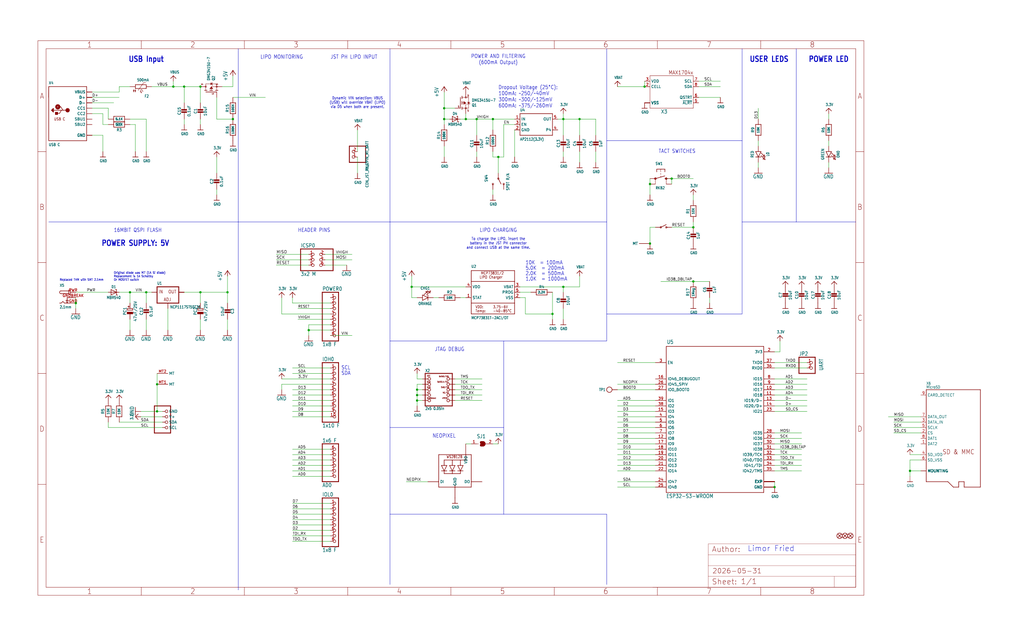
<source format=kicad_sch>
(kicad_sch (version 20230121) (generator eeschema)
  (paper "User" 480.187 298.602)
  (junction (at 73.66 193.04))
  (junction (at 208.28 55.88))
  (junction (at 73.66 180.34))
  (junction (at 60.96 137.16))
  (junction (at 68.58 137.16))
  (junction (at 302.26 40.64))
  (junction (at 426.72 220.98))
  (junction (at 144.78 154.94))
  (junction (at 86.36 40.64))
  (junction (at 195.58 182.88))
  (junction (at 325.12 106.68))
  (junction (at 35.56 142.24))
  (junction (at 109.22 55.88))
  (junction (at 325.12 132.08))
  (junction (at 218.44 55.88))
  (junction (at 363.22 228.6))
  (junction (at 81.28 40.64))
  (junction (at 231.14 55.88))
  (junction (at 106.68 137.16))
  (junction (at 208.28 50.8))
  (junction (at 195.58 185.42))
  (junction (at 195.58 187.96))
  (junction (at 314.96 83.82))
  (junction (at 271.78 55.88))
  (junction (at 223.52 55.88))
  (junction (at 93.98 137.16))
  (junction (at 259.08 147.32))
  (junction (at 93.98 40.64))
  (junction (at 193.04 134.62))
  (junction (at 304.8 86.36))
  (junction (at 233.68 73.66))
  (junction (at 264.16 55.88))
  (junction (at 264.16 134.62))
  (junction (at 304.8 114.3))
  (wire (pts (xy 363.22 193.04) (xy 378.46 193.04)) (stroke (width 0.1524)))
  (polyline (pts (xy 373.38 104.14) (xy 401.32 104.14)) (stroke (width 0.1524) (type solid)))
  (polyline (pts (xy 347.98 104.14) (xy 347.98 147.32)) (stroke (width 0.1524) (type solid)))
  (wire (pts (xy 363.22 213.36) (xy 375.92 213.36)) (stroke (width 0.1524)))
  (wire (pts (xy 231.14 73.66) (xy 231.14 71.12)) (stroke (width 0.1524)))
  (wire (pts (xy 307.34 220.98) (xy 289.56 220.98)) (stroke (width 0.1524)))
  (wire (pts (xy 314.96 106.68) (xy 325.12 106.68)) (stroke (width 0.1524)))
  (wire (pts (xy 109.22 55.88) (xy 101.6 55.88)) (stroke (width 0.1524)))
  (wire (pts (xy 48.26 63.5) (xy 43.18 63.5)) (stroke (width 0.1524)))
  (wire (pts (xy 154.94 172.72) (xy 137.16 172.72)) (stroke (width 0.1524)))
  (wire (pts (xy 312.42 83.82) (xy 314.96 83.82)) (stroke (width 0.1524)))
  (wire (pts (xy 193.04 134.62) (xy 218.44 134.62)) (stroke (width 0.1524)))
  (wire (pts (xy 388.62 68.58) (xy 388.62 66.04)) (stroke (width 0.1524)))
  (wire (pts (xy 93.98 55.88) (xy 93.98 58.42)) (stroke (width 0.1524)))
  (wire (pts (xy 246.38 147.32) (xy 259.08 147.32)) (stroke (width 0.1524)))
  (wire (pts (xy 426.72 220.98) (xy 426.72 223.52)) (stroke (width 0.1524)))
  (polyline (pts (xy 182.88 274.32) (xy 182.88 241.3)) (stroke (width 0.1524) (type solid)))
  (wire (pts (xy 226.06 187.96) (xy 213.36 187.96)) (stroke (width 0.1524)))
  (wire (pts (xy 154.94 157.48) (xy 165.1 157.48)) (stroke (width 0.1524)))
  (wire (pts (xy 86.36 40.64) (xy 81.28 40.64)) (stroke (width 0.1524)))
  (wire (pts (xy 154.94 193.04) (xy 137.16 193.04)) (stroke (width 0.1524)))
  (wire (pts (xy 271.78 55.88) (xy 271.78 63.5)) (stroke (width 0.1524)))
  (wire (pts (xy 223.52 71.12) (xy 223.52 73.66)) (stroke (width 0.1524)))
  (wire (pts (xy 231.14 91.44) (xy 231.14 88.9)) (stroke (width 0.1524)))
  (polyline (pts (xy 347.98 66.04) (xy 347.98 104.14)) (stroke (width 0.1524) (type solid)))
  (wire (pts (xy 68.58 55.88) (xy 68.58 71.12)) (stroke (width 0.1524)))
  (wire (pts (xy 137.16 142.24) (xy 137.16 139.7)) (stroke (width 0.1524)))
  (wire (pts (xy 109.22 40.64) (xy 109.22 35.56)) (stroke (width 0.1524)))
  (wire (pts (xy 215.9 55.88) (xy 218.44 55.88)) (stroke (width 0.1524)))
  (wire (pts (xy 63.5 58.42) (xy 63.5 71.12)) (stroke (width 0.1524)))
  (polyline (pts (xy 182.88 104.14) (xy 182.88 22.86)) (stroke (width 0.1524) (type solid)))
  (polyline (pts (xy 284.48 147.32) (xy 347.98 147.32)) (stroke (width 0.1524) (type solid)))
  (wire (pts (xy 289.56 195.58) (xy 307.34 195.58)) (stroke (width 0.1524)))
  (wire (pts (xy 55.88 43.18) (xy 55.88 40.64)) (stroke (width 0.1524)))
  (wire (pts (xy 137.16 243.84) (xy 154.94 243.84)) (stroke (width 0.1524)))
  (wire (pts (xy 337.82 38.1) (xy 327.66 38.1)) (stroke (width 0.1524)))
  (wire (pts (xy 195.58 139.7) (xy 193.04 139.7)) (stroke (width 0.1524)))
  (wire (pts (xy 264.16 55.88) (xy 264.16 53.34)) (stroke (width 0.1524)))
  (wire (pts (xy 43.18 48.26) (xy 53.34 48.26)) (stroke (width 0.1524)))
  (wire (pts (xy 50.8 137.16) (xy 35.56 137.16)) (stroke (width 0.1524)))
  (wire (pts (xy 264.16 63.5) (xy 264.16 55.88)) (stroke (width 0.1524)))
  (wire (pts (xy 271.78 71.12) (xy 271.78 76.2)) (stroke (width 0.1524)))
  (wire (pts (xy 431.8 215.9) (xy 426.72 215.9)) (stroke (width 0.1524)))
  (polyline (pts (xy 182.88 160.02) (xy 182.88 104.14)) (stroke (width 0.1524) (type solid)))
  (wire (pts (xy 68.58 149.86) (xy 68.58 154.94)) (stroke (width 0.1524)))
  (wire (pts (xy 302.26 40.64) (xy 289.56 40.64)) (stroke (width 0.1524)))
  (wire (pts (xy 93.98 40.64) (xy 86.36 40.64)) (stroke (width 0.1524)))
  (wire (pts (xy 50.8 200.66) (xy 50.8 198.12)) (stroke (width 0.1524)))
  (wire (pts (xy 137.16 254) (xy 154.94 254)) (stroke (width 0.1524)))
  (wire (pts (xy 289.56 213.36) (xy 307.34 213.36)) (stroke (width 0.1524)))
  (wire (pts (xy 332.74 132.08) (xy 325.12 132.08)) (stroke (width 0.1524)))
  (wire (pts (xy 73.66 175.26) (xy 73.66 180.34)) (stroke (width 0.1524)))
  (wire (pts (xy 198.12 177.8) (xy 195.58 177.8)) (stroke (width 0.1524)))
  (polyline (pts (xy 284.48 274.32) (xy 284.48 241.3)) (stroke (width 0.1524) (type solid)))
  (wire (pts (xy 93.98 137.16) (xy 93.98 142.24)) (stroke (width 0.1524)))
  (wire (pts (xy 144.78 152.4) (xy 144.78 154.94)) (stroke (width 0.1524)))
  (wire (pts (xy 55.88 40.64) (xy 60.96 40.64)) (stroke (width 0.1524)))
  (wire (pts (xy 375.92 215.9) (xy 363.22 215.9)) (stroke (width 0.1524)))
  (wire (pts (xy 246.38 139.7) (xy 246.38 147.32)) (stroke (width 0.1524)))
  (wire (pts (xy 213.36 185.42) (xy 226.06 185.42)) (stroke (width 0.1524)))
  (wire (pts (xy 43.18 53.34) (xy 48.26 53.34)) (stroke (width 0.1524)))
  (wire (pts (xy 363.22 208.28) (xy 375.92 208.28)) (stroke (width 0.1524)))
  (wire (pts (xy 233.68 73.66) (xy 231.14 73.66)) (stroke (width 0.1524)))
  (wire (pts (xy 388.62 55.88) (xy 388.62 53.34)) (stroke (width 0.1524)))
  (wire (pts (xy 307.34 180.34) (xy 289.56 180.34)) (stroke (width 0.1524)))
  (wire (pts (xy 259.08 137.16) (xy 259.08 147.32)) (stroke (width 0.1524)))
  (wire (pts (xy 213.36 177.8) (xy 226.06 177.8)) (stroke (width 0.1524)))
  (wire (pts (xy 78.74 154.94) (xy 78.74 144.78)) (stroke (width 0.1524)))
  (wire (pts (xy 233.68 81.28) (xy 233.68 73.66)) (stroke (width 0.1524)))
  (wire (pts (xy 304.8 106.68) (xy 304.8 114.3)) (stroke (width 0.1524)))
  (wire (pts (xy 388.62 76.2) (xy 388.62 78.74)) (stroke (width 0.1524)))
  (wire (pts (xy 236.22 73.66) (xy 233.68 73.66)) (stroke (width 0.1524)))
  (wire (pts (xy 162.56 124.46) (xy 152.4 124.46)) (stroke (width 0.1524)))
  (polyline (pts (xy 236.22 160.02) (xy 182.88 160.02)) (stroke (width 0.1524) (type solid)))
  (wire (pts (xy 363.22 210.82) (xy 375.92 210.82)) (stroke (width 0.1524)))
  (wire (pts (xy 137.16 215.9) (xy 154.94 215.9)) (stroke (width 0.1524)))
  (polyline (pts (xy 284.48 22.86) (xy 284.48 66.04)) (stroke (width 0.1524) (type solid)))
  (polyline (pts (xy 347.98 104.14) (xy 373.38 104.14)) (stroke (width 0.1524) (type solid)))
  (wire (pts (xy 200.66 226.06) (xy 190.5 226.06)) (stroke (width 0.1524)))
  (wire (pts (xy 132.08 180.34) (xy 132.08 182.88)) (stroke (width 0.1524)))
  (wire (pts (xy 213.36 182.88) (xy 226.06 182.88)) (stroke (width 0.1524)))
  (wire (pts (xy 48.26 53.34) (xy 48.26 58.42)) (stroke (width 0.1524)))
  (wire (pts (xy 106.68 129.54) (xy 106.68 137.16)) (stroke (width 0.1524)))
  (wire (pts (xy 81.28 40.64) (xy 71.12 40.64)) (stroke (width 0.1524)))
  (wire (pts (xy 76.2 200.66) (xy 50.8 200.66)) (stroke (width 0.1524)))
  (wire (pts (xy 363.22 218.44) (xy 375.92 218.44)) (stroke (width 0.1524)))
  (wire (pts (xy 325.12 104.14) (xy 325.12 106.68)) (stroke (width 0.1524)))
  (wire (pts (xy 167.64 60.96) (xy 167.64 71.12)) (stroke (width 0.1524)))
  (wire (pts (xy 154.94 152.4) (xy 144.78 152.4)) (stroke (width 0.1524)))
  (wire (pts (xy 193.04 139.7) (xy 193.04 134.62)) (stroke (width 0.1524)))
  (wire (pts (xy 307.34 208.28) (xy 289.56 208.28)) (stroke (width 0.1524)))
  (wire (pts (xy 154.94 218.44) (xy 137.16 218.44)) (stroke (width 0.1524)))
  (wire (pts (xy 213.36 180.34) (xy 226.06 180.34)) (stroke (width 0.1524)))
  (wire (pts (xy 93.98 48.26) (xy 93.98 40.64)) (stroke (width 0.1524)))
  (wire (pts (xy 73.66 180.34) (xy 73.66 193.04)) (stroke (width 0.1524)))
  (wire (pts (xy 195.58 182.88) (xy 195.58 185.42)) (stroke (width 0.1524)))
  (wire (pts (xy 218.44 53.34) (xy 218.44 55.88)) (stroke (width 0.1524)))
  (wire (pts (xy 363.22 172.72) (xy 378.46 172.72)) (stroke (width 0.1524)))
  (wire (pts (xy 363.22 182.88) (xy 378.46 182.88)) (stroke (width 0.1524)))
  (polyline (pts (xy 182.88 200.66) (xy 182.88 160.02)) (stroke (width 0.1524) (type solid)))
  (wire (pts (xy 93.98 149.86) (xy 93.98 154.94)) (stroke (width 0.1524)))
  (wire (pts (xy 431.8 213.36) (xy 426.72 213.36)) (stroke (width 0.1524)))
  (wire (pts (xy 198.12 180.34) (xy 195.58 180.34)) (stroke (width 0.1524)))
  (polyline (pts (xy 182.88 241.3) (xy 182.88 200.66)) (stroke (width 0.1524) (type solid)))
  (wire (pts (xy 43.18 43.18) (xy 55.88 43.18)) (stroke (width 0.1524)))
  (wire (pts (xy 302.26 38.1) (xy 302.26 40.64)) (stroke (width 0.1524)))
  (polyline (pts (xy 284.48 66.04) (xy 284.48 104.14)) (stroke (width 0.1524) (type solid)))
  (wire (pts (xy 35.56 142.24) (xy 35.56 144.78)) (stroke (width 0.1524)))
  (wire (pts (xy 264.16 71.12) (xy 264.16 73.66)) (stroke (width 0.1524)))
  (wire (pts (xy 137.16 220.98) (xy 154.94 220.98)) (stroke (width 0.1524)))
  (wire (pts (xy 355.6 50.8) (xy 355.6 55.88)) (stroke (width 0.1524)))
  (wire (pts (xy 363.22 203.2) (xy 375.92 203.2)) (stroke (width 0.1524)))
  (polyline (pts (xy 236.22 241.3) (xy 182.88 241.3)) (stroke (width 0.1524) (type solid)))
  (wire (pts (xy 167.64 81.28) (xy 167.64 73.66)) (stroke (width 0.1524)))
  (wire (pts (xy 86.36 40.64) (xy 86.36 48.26)) (stroke (width 0.1524)))
  (wire (pts (xy 289.56 203.2) (xy 307.34 203.2)) (stroke (width 0.1524)))
  (wire (pts (xy 363.22 165.1) (xy 365.76 165.1)) (stroke (width 0.1524)))
  (wire (pts (xy 154.94 248.92) (xy 137.16 248.92)) (stroke (width 0.1524)))
  (wire (pts (xy 101.6 73.66) (xy 101.6 81.28)) (stroke (width 0.1524)))
  (wire (pts (xy 195.58 185.42) (xy 195.58 187.96)) (stroke (width 0.1524)))
  (wire (pts (xy 60.96 55.88) (xy 68.58 55.88)) (stroke (width 0.1524)))
  (polyline (pts (xy 284.48 66.04) (xy 347.98 66.04)) (stroke (width 0.1524) (type solid)))
  (wire (pts (xy 93.98 137.16) (xy 106.68 137.16)) (stroke (width 0.1524)))
  (wire (pts (xy 132.08 147.32) (xy 132.08 139.7)) (stroke (width 0.1524)))
  (wire (pts (xy 243.84 137.16) (xy 248.92 137.16)) (stroke (width 0.1524)))
  (wire (pts (xy 231.14 60.96) (xy 231.14 55.88)) (stroke (width 0.1524)))
  (wire (pts (xy 304.8 83.82) (xy 304.8 86.36)) (stroke (width 0.1524)))
  (wire (pts (xy 66.04 195.58) (xy 76.2 195.58)) (stroke (width 0.1524)))
  (wire (pts (xy 363.22 187.96) (xy 378.46 187.96)) (stroke (width 0.1524)))
  (wire (pts (xy 101.6 88.9) (xy 101.6 91.44)) (stroke (width 0.1524)))
  (wire (pts (xy 60.96 142.24) (xy 60.96 137.16)) (stroke (width 0.1524)))
  (wire (pts (xy 154.94 213.36) (xy 137.16 213.36)) (stroke (width 0.1524)))
  (polyline (pts (xy 284.48 160.02) (xy 236.22 160.02)) (stroke (width 0.1524) (type solid)))
  (polyline (pts (xy 111.76 104.14) (xy 182.88 104.14)) (stroke (width 0.1524) (type solid)))
  (wire (pts (xy 144.78 121.92) (xy 129.54 121.92)) (stroke (width 0.1524)))
  (wire (pts (xy 137.16 238.76) (xy 154.94 238.76)) (stroke (width 0.1524)))
  (wire (pts (xy 208.28 55.88) (xy 208.28 50.8)) (stroke (width 0.1524)))
  (polyline (pts (xy 284.48 147.32) (xy 284.48 160.02)) (stroke (width 0.1524) (type solid)))
  (wire (pts (xy 365.76 165.1) (xy 365.76 160.02)) (stroke (width 0.1524)))
  (wire (pts (xy 144.78 124.46) (xy 129.54 124.46)) (stroke (width 0.1524)))
  (polyline (pts (xy 284.48 104.14) (xy 182.88 104.14)) (stroke (width 0.1524) (type solid)))
  (polyline (pts (xy 284.48 241.3) (xy 236.22 241.3)) (stroke (width 0.1524) (type solid)))
  (wire (pts (xy 431.8 203.2) (xy 419.1 203.2)) (stroke (width 0.1524)))
  (wire (pts (xy 307.34 106.68) (xy 304.8 106.68)) (stroke (width 0.1524)))
  (wire (pts (xy 431.8 198.12) (xy 419.1 198.12)) (stroke (width 0.1524)))
  (wire (pts (xy 261.62 55.88) (xy 264.16 55.88)) (stroke (width 0.1524)))
  (wire (pts (xy 104.14 40.64) (xy 109.22 40.64)) (stroke (width 0.1524)))
  (wire (pts (xy 289.56 198.12) (xy 307.34 198.12)) (stroke (width 0.1524)))
  (wire (pts (xy 68.58 137.16) (xy 68.58 142.24)) (stroke (width 0.1524)))
  (wire (pts (xy 213.36 50.8) (xy 208.28 50.8)) (stroke (width 0.1524)))
  (wire (pts (xy 355.6 66.04) (xy 355.6 68.58)) (stroke (width 0.1524)))
  (polyline (pts (xy 111.76 276.86) (xy 111.76 104.14)) (stroke (width 0.1524) (type solid)))
  (wire (pts (xy 137.16 251.46) (xy 154.94 251.46)) (stroke (width 0.1524)))
  (wire (pts (xy 195.58 180.34) (xy 195.58 182.88)) (stroke (width 0.1524)))
  (wire (pts (xy 109.22 45.72) (xy 124.46 45.72)) (stroke (width 0.1524)))
  (wire (pts (xy 289.56 228.6) (xy 307.34 228.6)) (stroke (width 0.1524)))
  (polyline (pts (xy 236.22 241.3) (xy 236.22 200.66)) (stroke (width 0.1524) (type solid)))
  (wire (pts (xy 137.16 236.22) (xy 154.94 236.22)) (stroke (width 0.1524)))
  (wire (pts (xy 289.56 193.04) (xy 307.34 193.04)) (stroke (width 0.1524)))
  (wire (pts (xy 144.78 119.38) (xy 129.54 119.38)) (stroke (width 0.1524)))
  (wire (pts (xy 431.8 200.66) (xy 419.1 200.66)) (stroke (width 0.1524)))
  (wire (pts (xy 137.16 185.42) (xy 154.94 185.42)) (stroke (width 0.1524)))
  (wire (pts (xy 154.94 187.96) (xy 137.16 187.96)) (stroke (width 0.1524)))
  (wire (pts (xy 264.16 134.62) (xy 271.78 134.62)) (stroke (width 0.1524)))
  (wire (pts (xy 279.4 71.12) (xy 279.4 76.2)) (stroke (width 0.1524)))
  (wire (pts (xy 203.2 139.7) (xy 205.74 139.7)) (stroke (width 0.1524)))
  (wire (pts (xy 101.6 55.88) (xy 101.6 45.72)) (stroke (width 0.1524)))
  (wire (pts (xy 314.96 83.82) (xy 314.96 86.36)) (stroke (width 0.1524)))
  (wire (pts (xy 154.94 175.26) (xy 137.16 175.26)) (stroke (width 0.1524)))
  (wire (pts (xy 363.22 170.18) (xy 378.46 170.18)) (stroke (width 0.1524)))
  (wire (pts (xy 426.72 215.9) (xy 426.72 220.98)) (stroke (width 0.1524)))
  (wire (pts (xy 223.52 55.88) (xy 231.14 55.88)) (stroke (width 0.1524)))
  (wire (pts (xy 327.66 40.64) (xy 337.82 40.64)) (stroke (width 0.1524)))
  (wire (pts (xy 264.16 55.88) (xy 271.78 55.88)) (stroke (width 0.1524)))
  (wire (pts (xy 208.28 58.42) (xy 208.28 55.88)) (stroke (width 0.1524)))
  (wire (pts (xy 363.22 180.34) (xy 378.46 180.34)) (stroke (width 0.1524)))
  (wire (pts (xy 137.16 246.38) (xy 154.94 246.38)) (stroke (width 0.1524)))
  (wire (pts (xy 243.84 139.7) (xy 246.38 139.7)) (stroke (width 0.1524)))
  (wire (pts (xy 43.18 45.72) (xy 55.88 45.72)) (stroke (width 0.1524)))
  (wire (pts (xy 363.22 177.8) (xy 378.46 177.8)) (stroke (width 0.1524)))
  (wire (pts (xy 304.8 86.36) (xy 304.8 91.44)) (stroke (width 0.1524)))
  (wire (pts (xy 60.96 154.94) (xy 60.96 149.86)) (stroke (width 0.1524)))
  (wire (pts (xy 363.22 185.42) (xy 378.46 185.42)) (stroke (width 0.1524)))
  (wire (pts (xy 325.12 132.08) (xy 309.88 132.08)) (stroke (width 0.1524)))
  (wire (pts (xy 152.4 121.92) (xy 165.1 121.92)) (stroke (width 0.1524)))
  (wire (pts (xy 233.68 208.28) (xy 231.14 208.28)) (stroke (width 0.1524)))
  (polyline (pts (xy 22.86 104.14) (xy 111.76 104.14)) (stroke (width 0.1524) (type solid)))
  (wire (pts (xy 154.94 180.34) (xy 132.08 180.34)) (stroke (width 0.1524)))
  (wire (pts (xy 363.22 190.5) (xy 378.46 190.5)) (stroke (width 0.1524)))
  (wire (pts (xy 76.2 198.12) (xy 55.88 198.12)) (stroke (width 0.1524)))
  (wire (pts (xy 431.8 195.58) (xy 416.56 195.58)) (stroke (width 0.1524)))
  (wire (pts (xy 264.16 134.62) (xy 243.84 134.62)) (stroke (width 0.1524)))
  (wire (pts (xy 154.94 177.8) (xy 132.08 177.8)) (stroke (width 0.1524)))
  (polyline (pts (xy 373.38 22.86) (xy 373.38 104.14)) (stroke (width 0.1524) (type solid)))
  (wire (pts (xy 426.72 220.98) (xy 431.8 220.98)) (stroke (width 0.1524)))
  (wire (pts (xy 35.56 139.7) (xy 35.56 142.24)) (stroke (width 0.1524)))
  (wire (pts (xy 139.7 144.78) (xy 154.94 144.78)) (stroke (width 0.1524)))
  (wire (pts (xy 218.44 55.88) (xy 223.52 55.88)) (stroke (width 0.1524)))
  (wire (pts (xy 223.52 63.5) (xy 223.52 55.88)) (stroke (width 0.1524)))
  (wire (pts (xy 220.98 208.28) (xy 218.44 208.28)) (stroke (width 0.1524)))
  (wire (pts (xy 86.36 137.16) (xy 93.98 137.16)) (stroke (width 0.1524)))
  (wire (pts (xy 363.22 205.74) (xy 375.92 205.74)) (stroke (width 0.1524)))
  (wire (pts (xy 307.34 187.96) (xy 289.56 187.96)) (stroke (width 0.1524)))
  (wire (pts (xy 307.34 170.18) (xy 289.56 170.18)) (stroke (width 0.1524)))
  (wire (pts (xy 60.96 58.42) (xy 63.5 58.42)) (stroke (width 0.1524)))
  (wire (pts (xy 215.9 139.7) (xy 218.44 139.7)) (stroke (width 0.1524)))
  (wire (pts (xy 307.34 182.88) (xy 289.56 182.88)) (stroke (width 0.1524)))
  (wire (pts (xy 48.26 58.42) (xy 50.8 58.42)) (stroke (width 0.1524)))
  (wire (pts (xy 314.96 83.82) (xy 325.12 83.82)) (stroke (width 0.1524)))
  (wire (pts (xy 325.12 91.44) (xy 325.12 93.98)) (stroke (width 0.1524)))
  (wire (pts (xy 355.6 78.74) (xy 355.6 76.2)) (stroke (width 0.1524)))
  (wire (pts (xy 154.94 182.88) (xy 137.16 182.88)) (stroke (width 0.1524)))
  (wire (pts (xy 198.12 182.88) (xy 195.58 182.88)) (stroke (width 0.1524)))
  (wire (pts (xy 144.78 154.94) (xy 144.78 157.48)) (stroke (width 0.1524)))
  (wire (pts (xy 137.16 241.3) (xy 154.94 241.3)) (stroke (width 0.1524)))
  (wire (pts (xy 236.22 58.42) (xy 236.22 73.66)) (stroke (width 0.1524)))
  (wire (pts (xy 73.66 193.04) (xy 76.2 193.04)) (stroke (width 0.1524)))
  (wire (pts (xy 289.56 210.82) (xy 307.34 210.82)) (stroke (width 0.1524)))
  (wire (pts (xy 81.28 38.1) (xy 81.28 40.64)) (stroke (width 0.1524)))
  (polyline (pts (xy 236.22 200.66) (xy 236.22 160.02)) (stroke (width 0.1524) (type solid)))
  (wire (pts (xy 86.36 58.42) (xy 86.36 55.88)) (stroke (width 0.1524)))
  (wire (pts (xy 198.12 185.42) (xy 195.58 185.42)) (stroke (width 0.1524)))
  (wire (pts (xy 327.66 45.72) (xy 337.82 45.72)) (stroke (width 0.1524)))
  (wire (pts (xy 271.78 129.54) (xy 271.78 134.62)) (stroke (width 0.1524)))
  (wire (pts (xy 48.26 63.5) (xy 48.26 71.12)) (stroke (width 0.1524)))
  (wire (pts (xy 165.1 119.38) (xy 152.4 119.38)) (stroke (width 0.1524)))
  (wire (pts (xy 264.16 144.78) (xy 264.16 149.86)) (stroke (width 0.1524)))
  (wire (pts (xy 154.94 154.94) (xy 144.78 154.94)) (stroke (width 0.1524)))
  (wire (pts (xy 375.92 220.98) (xy 363.22 220.98)) (stroke (width 0.1524)))
  (wire (pts (xy 208.28 73.66) (xy 208.28 68.58)) (stroke (width 0.1524)))
  (wire (pts (xy 241.3 58.42) (xy 236.22 58.42)) (stroke (width 0.1524)))
  (wire (pts (xy 195.58 177.8) (xy 195.58 175.26)) (stroke (width 0.1524)))
  (wire (pts (xy 60.96 137.16) (xy 55.88 137.16)) (stroke (width 0.1524)))
  (polyline (pts (xy 347.98 22.86) (xy 347.98 66.04)) (stroke (width 0.1524) (type solid)))
  (wire (pts (xy 279.4 55.88) (xy 279.4 63.5)) (stroke (width 0.1524)))
  (wire (pts (xy 137.16 190.5) (xy 154.94 190.5)) (stroke (width 0.1524)))
  (wire (pts (xy 50.8 50.8) (xy 50.8 55.88)) (stroke (width 0.1524)))
  (wire (pts (xy 154.94 223.52) (xy 137.16 223.52)) (stroke (width 0.1524)))
  (wire (pts (xy 363.22 226.06) (xy 363.22 228.6)) (stroke (width 0.1524)))
  (wire (pts (xy 154.94 147.32) (xy 132.08 147.32)) (stroke (width 0.1524)))
  (wire (pts (xy 43.18 50.8) (xy 50.8 50.8)) (stroke (width 0.1524)))
  (wire (pts (xy 71.12 137.16) (xy 68.58 137.16)) (stroke (width 0.1524)))
  (wire (pts (xy 210.82 55.88) (xy 208.28 55.88)) (stroke (width 0.1524)))
  (wire (pts (xy 106.68 137.16) (xy 106.68 142.24)) (stroke (width 0.1524)))
  (wire (pts (xy 271.78 55.88) (xy 279.4 55.88)) (stroke (width 0.1524)))
  (wire (pts (xy 264.16 137.16) (xy 264.16 134.62)) (stroke (width 0.1524)))
  (wire (pts (xy 307.34 218.44) (xy 289.56 218.44)) (stroke (width 0.1524)))
  (wire (pts (xy 259.08 147.32) (xy 259.08 149.86)) (stroke (width 0.1524)))
  (wire (pts (xy 154.94 149.86) (xy 139.7 149.86)) (stroke (width 0.1524)))
  (wire (pts (xy 198.12 187.96) (xy 195.58 187.96)) (stroke (width 0.1524)))
  (wire (pts (xy 195.58 187.96) (xy 195.58 190.5)) (stroke (width 0.1524)))
  (wire (pts (xy 241.3 60.96) (xy 241.3 73.66)) (stroke (width 0.1524)))
  (wire (pts (xy 307.34 190.5) (xy 289.56 190.5)) (stroke (width 0.1524)))
  (polyline (pts (xy 236.22 200.66) (xy 182.88 200.66)) (stroke (width 0.1524) (type solid)))
  (wire (pts (xy 307.34 215.9) (xy 289.56 215.9)) (stroke (width 0.1524)))
  (wire (pts (xy 289.56 205.74) (xy 307.34 205.74)) (stroke (width 0.1524)))
  (polyline (pts (xy 111.76 104.14) (xy 111.76 22.86)) (stroke (width 0.1524) (type solid)))
  (wire (pts (xy 208.28 50.8) (xy 208.28 43.18)) (stroke (width 0.1524)))
  (wire (pts (xy 106.68 149.86) (xy 106.68 154.94)) (stroke (width 0.1524)))
  (wire (pts (xy 307.34 226.06) (xy 289.56 226.06)) (stroke (width 0.1524)))
  (wire (pts (xy 154.94 142.24) (xy 137.16 142.24)) (stroke (width 0.1524)))
  (polyline (pts (xy 284.48 104.14) (xy 284.48 147.32)) (stroke (width 0.1524) (type solid)))
  (wire (pts (xy 73.66 193.04) (xy 66.04 193.04)) (stroke (width 0.1524)))
  (wire (pts (xy 137.16 210.82) (xy 154.94 210.82)) (stroke (width 0.1524)))
  (wire (pts (xy 241.3 55.88) (xy 231.14 55.88)) (stroke (width 0.1524)))
  (wire (pts (xy 137.16 195.58) (xy 154.94 195.58)) (stroke (width 0.1524)))
  (wire (pts (xy 193.04 129.54) (xy 193.04 134.62)) (stroke (width 0.1524)))
  (wire (pts (xy 68.58 137.16) (xy 60.96 137.16)) (stroke (width 0.1524)))
  (wire (pts (xy 307.34 200.66) (xy 289.56 200.66)) (stroke (width 0.1524)))
  (wire (pts (xy 332.74 142.24) (xy 332.74 139.7)) (stroke (width 0.1524)))
  (text "Replaced THM with SMT 2.1mm" (at 27.94 132.08 0) (effects (font (size 1.016 0.8636)) (justify left bottom)))
  (text "Original diode was M7 (1A Si diode)\nReplacement is 1A Schottky\nOr MOSFET switch" (at 53.34 132.08 0) (effects (font (size 1.016 0.8636)) (justify left bottom)))
  (text "2.0K  = 500mA" (at 246.38 129.54 0) (effects (font (size 1.778 1.5113)) (justify left bottom)))
  (text "16MBIT QSPI FLASH" (at 53.34 109.22 0) (effects (font (size 1.778 1.5113)) (justify left bottom)))
  (text "SCL" (at 160.02 172.72 0) (effects (font (size 1.778 1.5113)) (justify left)))
  (text "LIPO MONITORING" (at 132.08 27.94 0) (effects (font (size 1.778 1.5113)) (justify bottom)))
  (text "POWER LED" (at 388.62 27.94 0) (effects (font (size 2.54 2.159) (thickness 0.4318) bold)))
  (text "SDA" (at 160.02 175.26 0) (effects (font (size 1.778 1.5113)) (justify left)))
  (text "Dynamic VIN selection: VBUS\n(USB) will override VBAT (LIPO)\nvia D5 when both are present." (at 167.64 48.26 0) (effects (font (size 1.27 1.0795))))
  (text "To charge the LIPO, insert the\nbattery in the JST PH connector\nand connect USB at the same time." (at 233.68 114.3 0) (effects (font (size 1.27 1.0795))))
  (text "POWER AND FILTERING\n(600mA Output)" (at 233.68 30.48 0) (effects (font (size 1.778 1.5113)) (justify bottom)))
  (text "JST PH LIPO INPUT" (at 154.94 27.94 0) (effects (font (size 1.778 1.5113)) (justify left bottom)))
  (text "NEOPIXEL" (at 208.28 205.74 0) (effects (font (size 1.778 1.5113)) (justify bottom)))
  (text "USB Input" (at 68.58 27.94 0) (effects (font (size 2.54 2.159) (thickness 0.4318) bold)))
  (text "POWER SUPPLY: 5V" (at 63.5 114.3 0) (effects (font (size 2.54 2.159) (thickness 0.4318) bold)))
  (text "HEADER PINS" (at 147.32 109.22 0) (effects (font (size 1.778 1.5113)) (justify bottom)))
  (text "Limor Fried" (at 350.52 259.08 0) (effects (font (size 2.54 2.54)) (justify left bottom)))
  (text "1.0K  = 1000mA" (at 246.38 132.08 0) (effects (font (size 1.778 1.5113)) (justify left bottom)))
  (text "LIPO CHARGING" (at 233.68 109.22 0) (effects (font (size 1.778 1.5113)) (justify bottom)))
  (text "10K  = 100mA" (at 246.38 124.46 0) (effects (font (size 1.778 1.5113)) (justify left bottom)))
  (text "5.0K  = 200mA" (at 246.38 127 0) (effects (font (size 1.778 1.5113)) (justify left bottom)))
  (text "JTAG DEBUG" (at 210.82 165.1 0) (effects (font (size 1.778 1.5113)) (justify bottom)))
  (text "TACT SWITCHES" (at 317.5 71.12 0) (effects (font (size 1.778 1.5113))))
  (text "USER LEDS" (at 360.68 27.94 0) (effects (font (size 2.54 2.159) (thickness 0.4318) bold)))
  (text "Dropout Voltage (25°C):\n100mA: ~250/~40mV\n300mA: ~300/~125mV\n600mA: ~375/~260mV" (at 233.68 50.8 0) (effects (font (size 1.778 1.5113)) (justify left bottom)))
  (label "D8" (at 292.1 205.74 0) (effects (font (size 1.2446 1.2446))))
  (label "TDO_TX" (at 365.76 215.9 0) (effects (font (size 1.2446 1.2446))))
  (label "SCL" (at 66.04 200.66 0) (effects (font (size 1.2446 1.2446))))
  (label "RESET" (at 292.1 170.18 0) (effects (font (size 1.2446 1.2446))))
  (label "MISO" (at 365.76 208.28 0) (effects (font (size 1.2446 1.2446))))
  (label "RESET" (at 139.7 144.78 0) (effects (font (size 1.1735 1.1735))))
  (label "AD5" (at 292.1 187.96 0) (effects (font (size 1.2446 1.2446))))
  (label "D7" (at 137.16 236.22 0) (effects (font (size 1.2446 1.2446))))
  (label "TXD0" (at 368.3 170.18 0) (effects (font (size 1.2446 1.2446))))
  (label "D4" (at 292.1 195.58 0) (effects (font (size 1.2446 1.2446))))
  (label "PWR" (at 40.64 137.16 0) (effects (font (size 1.2446 1.2446))))
  (label "TDO_TX" (at 137.16 254 0) (effects (font (size 1.2446 1.2446))))
  (label "SCK" (at 419.1 200.66 0) (effects (font (size 1.2446 1.2446))))
  (label "BOOT0" (at 317.5 83.82 0) (effects (font (size 1.2446 1.2446))))
  (label "SCK" (at 129.54 121.92 0) (effects (font (size 1.3513 1.3513))))
  (label "SCL" (at 292.1 228.6 0) (effects (font (size 1.2446 1.2446))))
  (label "D9" (at 139.7 193.04 0) (effects (font (size 1.2446 1.2446))))
  (label "AD1" (at 139.7 220.98 0) (effects (font (size 1.2446 1.2446))))
  (label "AD0" (at 292.1 220.98 0) (effects (font (size 1.2446 1.2446))))
  (label "SDA" (at 330.2 40.64 0) (effects (font (size 1.2446 1.2446))))
  (label "SCL" (at 330.2 38.1 0) (effects (font (size 1.2446 1.2446))))
  (label "TDI_RX" (at 365.76 218.44 0) (effects (font (size 1.2446 1.2446))))
  (label "AD4" (at 139.7 213.36 0) (effects (font (size 1.2446 1.2446))))
  (label "D10" (at 139.7 190.5 0) (effects (font (size 1.2446 1.2446))))
  (label "D5" (at 292.1 198.12 0) (effects (font (size 1.2446 1.2446))))
  (label "VHIGH" (at 139.7 149.86 0) (effects (font (size 1.2446 1.2446))))
  (label "AD1" (at 368.3 177.8 0) (effects (font (size 1.2446 1.2446))))
  (label "TCK" (at 215.9 180.34 0) (effects (font (size 1.2446 1.2446))))
  (label "SD_CS" (at 419.1 203.2 0) (effects (font (size 1.2446 1.2446))))
  (label "SCK" (at 365.76 205.74 0) (effects (font (size 1.2446 1.2446))))
  (label "SCL" (at 139.7 172.72 0) (effects (font (size 1.2446 1.2446))))
  (label "IO38_DBLTAP" (at 365.76 210.82 0) (effects (font (size 1.2446 1.2446))))
  (label "IO38_DBLTAP" (at 312.42 132.08 0) (effects (font (size 1.2446 1.2446))))
  (label "D+" (at 43.18 45.72 0) (effects (font (size 1.2446 1.2446))))
  (label "D13" (at 292.1 218.44 0) (effects (font (size 1.2446 1.2446))))
  (label "D9" (at 292.1 208.28 0) (effects (font (size 1.2446 1.2446))))
  (label "RESET" (at 215.9 187.96 0) (effects (font (size 1.2446 1.2446))))
  (label "SD_CS" (at 368.3 193.04 0) (effects (font (size 1.2446 1.2446))))
  (label "D-" (at 43.18 48.26 0) (effects (font (size 1.2446 1.2446))))
  (label "TMS" (at 365.76 220.98 0) (effects (font (size 1.2446 1.2446))))
  (label "TMS" (at 215.9 177.8 0) (effects (font (size 1.2446 1.2446))))
  (label "D8" (at 139.7 195.58 0) (effects (font (size 1.2446 1.2446))))
  (label "NEOPIX" (at 292.1 180.34 0) (effects (font (size 1.2446 1.2446))))
  (label "VIN" (at 63.5 137.16 0) (effects (font (size 1.2446 1.2446))))
  (label "TDO_TX" (at 215.9 182.88 0) (effects (font (size 1.2446 1.2446))))
  (label "VHIGH" (at 223.52 55.88 0) (effects (font (size 1.2446 1.2446))))
  (label "AD2" (at 368.3 180.34 0) (effects (font (size 1.2446 1.2446))))
  (label "D4" (at 137.16 243.84 0) (effects (font (size 1.2446 1.2446))))
  (label "RXD0" (at 368.3 172.72 0) (effects (font (size 1.2446 1.2446))))
  (label "D3" (at 137.16 246.38 0) (effects (font (size 1.2446 1.2446))))
  (label "D10" (at 292.1 210.82 0) (effects (font (size 1.2446 1.2446))))
  (label "D12" (at 292.1 215.9 0) (effects (font (size 1.2446 1.2446))))
  (label "AD0" (at 139.7 223.52 0) (effects (font (size 1.2446 1.2446))))
  (label "RESET" (at 129.54 124.46 0) (effects (font (size 1.3513 1.3513))))
  (label "D13" (at 139.7 182.88 0) (effects (font (size 1.2446 1.2446))))
  (label "EN" (at 236.22 58.42 0) (effects (font (size 1.2446 1.2446))))
  (label "D3" (at 292.1 193.04 0) (effects (font (size 1.2446 1.2446))))
  (label "D13" (at 355.6 55.88 90) (effects (font (size 1.2446 1.2446))))
  (label "MOSI" (at 365.76 203.2 0) (effects (font (size 1.2446 1.2446))))
  (label "D6" (at 137.16 238.76 0) (effects (font (size 1.2446 1.2446))))
  (label "MOSI" (at 419.1 198.12 0) (effects (font (size 1.2446 1.2446))))
  (label "VIN" (at 116.84 45.72 0) (effects (font (size 1.2446 1.2446))))
  (label "RESET" (at 314.96 106.68 0) (effects (font (size 1.3513 1.3513))))
  (label "SDA" (at 139.7 175.26 0) (effects (font (size 1.2446 1.2446))))
  (label "MISO" (at 129.54 119.38 0) (effects (font (size 1.3513 1.3513))))
  (label "D2" (at 292.1 190.5 0) (effects (font (size 1.2446 1.2446))))
  (label "SDA" (at 66.04 198.12 0) (effects (font (size 1.2446 1.2446))))
  (label "MISO" (at 419.1 195.58 0) (effects (font (size 1.2446 1.2446))))
  (label "AD2" (at 139.7 218.44 0) (effects (font (size 1.2446 1.2446))))
  (label "AD3" (at 368.3 182.88 0) (effects (font (size 1.2446 1.2446))))
  (label "AD3" (at 139.7 215.9 0) (effects (font (size 1.2446 1.2446))))
  (label "VIN" (at 160.02 157.48 0) (effects (font (size 1.2446 1.2446))))
  (label "D6" (at 292.1 200.66 0) (effects (font (size 1.2446 1.2446))))
  (label "TDI_RX" (at 137.16 251.46 0) (effects (font (size 1.2446 1.2446))))
  (label "MOSI" (at 157.48 121.92 0) (effects (font (size 1.3513 1.3513))))
  (label "D-" (at 368.3 187.96 0) (effects (font (size 1.2446 1.2446))))
  (label "D+" (at 368.3 190.5 0) (effects (font (size 1.2446 1.2446))))
  (label "VBUS" (at 73.66 40.64 0) (effects (font (size 1.2446 1.2446))))
  (label "TCK" (at 365.76 213.36 0) (effects (font (size 1.2446 1.2446))))
  (label "BOOT0" (at 292.1 182.88 0) (effects (font (size 1.2446 1.2446))))
  (label "D5" (at 137.16 241.3 0) (effects (font (size 1.2446 1.2446))))
  (label "AD4" (at 368.3 185.42 0) (effects (font (size 1.2446 1.2446))))
  (label "D2" (at 137.16 248.92 0) (effects (font (size 1.2446 1.2446))))
  (label "NEOPIX" (at 190.5 226.06 0) (effects (font (size 1.2446 1.2446))))
  (label "TDI_RX" (at 215.9 185.42 0) (effects (font (size 1.2446 1.2446))))
  (label "D12" (at 139.7 185.42 0) (effects (font (size 1.2446 1.2446))))
  (label "SDA" (at 292.1 226.06 0) (effects (font (size 1.2446 1.2446))))
  (label "3.3V" (at 139.7 177.8 0) (effects (font (size 1.3513 1.3513))))
  (label "AD5" (at 139.7 210.82 0) (effects (font (size 1.2446 1.2446))))
  (label "D11" (at 292.1 213.36 0) (effects (font (size 1.2446 1.2446))))
  (label "D7" (at 292.1 203.2 0) (effects (font (size 1.2446 1.2446))))
  (label "VHIGH" (at 157.48 119.38 0) (effects (font (size 1.2446 1.2446))))
  (label "D11" (at 139.7 187.96 0) (effects (font (size 1.2446 1.2446))))
  (symbol (lib_id "working-eagle-import:WS2812B_3535FULL") (at 213.36 223.52 0) (unit 1)
    (property "Reference" "LED1" (effects hide))
    (property "Value" "WS2812B_3535FULL" (effects hide))
    (property "Footprint" "working:LED3535_FULLPADS" (effects hide))
  )
  (symbol (lib_id "working-eagle-import:3.3V") (at 132.08 137.16 0) (unit 1)
    (property "Reference" "#U$8" (effects hide))
    (property "Value" "3.3V" (at 130.556 136.144 0) (effects (font (size 1.27 1.0795)) (justify left bottom)))
  )
  (symbol (lib_id "working-eagle-import:RESISTOR_0603_NOOUT") (at 325.12 137.16 90) (unit 1)
    (property "Reference" "R17" (at 322.58 137.16 0))
    (property "Value" "1Meg" (at 325.12 137.16 0) (effects (font (size 1.016 1.016) bold)))
    (property "Footprint" "working:0603-NO" (effects hide))
  )
  (symbol (lib_id "working-eagle-import:3.3V") (at 101.6 71.12 0) (unit 1)
    (property "Reference" "#U$48" (effects hide))
    (property "Value" "3.3V" (at 100.076 70.104 0) (effects (font (size 1.27 1.0795)) (justify left bottom)))
  )
  (symbol (lib_id "working-eagle-import:RESISTOR_0603_NOOUT") (at 50.8 193.04 90) (unit 1)
    (property "Reference" "R5" (at 48.26 193.04 0))
    (property "Value" "10K" (at 50.8 193.04 0) (effects (font (size 1.016 1.016) bold)))
    (property "Footprint" "working:0603-NO" (effects hide))
  )
  (symbol (lib_id "working-eagle-import:CAP_CERAMIC0805-NOOUTLINE") (at 106.68 144.78 180) (unit 1)
    (property "Reference" "C3" (at 108.97 146.03 90))
    (property "Value" "10uF" (at 104.38 146.03 90))
    (property "Footprint" "working:0805-NO" (effects hide))
  )
  (symbol (lib_id "working-eagle-import:3.3V") (at 132.08 175.26 0) (unit 1)
    (property "Reference" "#U$47" (effects hide))
    (property "Value" "3.3V" (at 130.556 174.244 0) (effects (font (size 1.27 1.0795)) (justify left bottom)))
  )
  (symbol (lib_id "working-eagle-import:CAP_CERAMIC0603_NO") (at 279.4 68.58 0) (unit 1)
    (property "Reference" "C5" (at 277.11 67.33 90))
    (property "Value" "1uF" (at 281.7 67.33 90))
    (property "Footprint" "working:0603-NO" (effects hide))
  )
  (symbol (lib_id "working-eagle-import:CAP_CERAMIC0805-NOOUTLINE") (at 375.92 139.7 0) (unit 1)
    (property "Reference" "C10" (at 373.63 138.45 90))
    (property "Value" "10uF" (at 378.22 138.45 90))
    (property "Footprint" "working:0805-NO" (effects hide))
  )
  (symbol (lib_id "working-eagle-import:DIODE-SCHOTTKYSOD-123") (at 213.36 55.88 0) (unit 1)
    (property "Reference" "D4" (at 213.36 53.34 0) (effects (font (size 1.27 1.0795))))
    (property "Value" "MBR540" (at 213.36 58.38 0) (effects (font (size 1.27 1.0795))))
    (property "Footprint" "working:SOD-123" (effects hide))
  )
  (symbol (lib_id "working-eagle-import:3.3V") (at 137.16 137.16 0) (unit 1)
    (property "Reference" "#U$32" (effects hide))
    (property "Value" "3.3V" (at 135.636 136.144 0) (effects (font (size 1.27 1.0795)) (justify left bottom)))
  )
  (symbol (lib_id "working-eagle-import:RESISTOR_0603_NOOUT") (at 109.22 60.96 90) (unit 1)
    (property "Reference" "R16" (at 106.68 60.96 0))
    (property "Value" "100K" (at 109.22 60.96 0) (effects (font (size 1.016 1.016) bold)))
    (property "Footprint" "working:0603-NO" (effects hide))
  )
  (symbol (lib_id "working-eagle-import:adafruit_power_VBAT") (at 289.56 38.1 0) (unit 1)
    (property "Reference" "#U$54" (effects hide))
    (property "Value" "VBAT" (at 288.036 37.084 0) (effects (font (size 1.27 1.0795)) (justify left bottom)))
  )
  (symbol (lib_id "working-eagle-import:3.3V") (at 50.8 185.42 0) (unit 1)
    (property "Reference" "#U$49" (effects hide))
    (property "Value" "3.3V" (at 49.276 184.404 0) (effects (font (size 1.27 1.0795)) (justify left bottom)))
  )
  (symbol (lib_id "working-eagle-import:RESISTOR_0603_NOOUT") (at 55.88 58.42 180) (unit 1)
    (property "Reference" "R3" (at 55.88 60.96 0))
    (property "Value" "5.1K" (at 55.88 58.42 0) (effects (font (size 1.016 1.016) bold)))
    (property "Footprint" "working:0603-NO" (effects hide))
  )
  (symbol (lib_id "working-eagle-import:3.3V") (at 325.12 88.9 0) (unit 1)
    (property "Reference" "#U$24" (effects hide))
    (property "Value" "3.3V" (at 323.596 87.884 0) (effects (font (size 1.27 1.0795)) (justify left bottom)))
  )
  (symbol (lib_id "working-eagle-import:CAP_ELECTROLYTICPANASONIC_D") (at 93.98 147.32 0) (unit 1)
    (property "Reference" "PC2" (at 91.59 146.07 90))
    (property "Value" "47uF/25V" (at 96.48 146.07 90))
    (property "Footprint" "working:PANASONIC_D" (effects hide))
  )
  (symbol (lib_id "working-eagle-import:STEMMA_I2C_QT") (at 73.66 180.34 0) (unit 2)
    (property "Reference" "CONN1" (effects hide))
    (property "Value" "STEMMA_I2C_QT" (effects hide))
    (property "Footprint" "working:JST_SH4" (effects hide))
  )
  (symbol (lib_id "working-eagle-import:SWITCH_SPDT") (at 233.68 86.36 270) (unit 1)
    (property "Reference" "SW4" (at 227.33 81.915 0) (effects (font (size 1.27 1.0795)) (justify left bottom)))
    (property "Value" "SPDT R/A" (at 237.49 81.28 0) (effects (font (size 1.27 1.0795)) (justify left bottom)))
    (property "Footprint" "working:SPDT_SMT_SSSS811101" (effects hide))
  )
  (symbol (lib_id "working-eagle-import:CAP_CERAMIC0805-NOOUTLINE") (at 264.16 68.58 0) (unit 1)
    (property "Reference" "C13" (at 261.87 67.33 90))
    (property "Value" "10uF" (at 266.46 67.33 90))
    (property "Footprint" "working:0805-NO" (effects hide))
  )
  (symbol (lib_id "working-eagle-import:VBAT") (at 218.44 40.64 0) (unit 1)
    (property "Reference" "#U$59" (effects hide))
    (property "Value" "VBAT" (at 216.916 39.624 0) (effects (font (size 1.27 1.0795)) (justify left bottom)))
  )
  (symbol (lib_id "working-eagle-import:FIDUCIAL_1MM") (at 398.78 251.46 0) (unit 1)
    (property "Reference" "FD2" (effects hide))
    (property "Value" "FIDUCIAL_1MM" (effects hide))
    (property "Footprint" "working:FIDUCIAL_1MM" (effects hide))
  )
  (symbol (lib_id "working-eagle-import:+5V") (at 193.04 127 0) (unit 1)
    (property "Reference" "#P+1" (effects hide))
    (property "Value" "+5V" (at 190.5 132.08 90) (effects (font (size 1.778 1.5113)) (justify left bottom)))
  )
  (symbol (lib_id "working-eagle-import:HEADER-2X3") (at 149.86 121.92 0) (unit 1)
    (property "Reference" "ICSP0" (at 140.97 116.205 0) (effects (font (size 1.778 1.5113)) (justify left bottom)))
    (property "Value" "3x2 M" (at 140.97 129.54 0) (effects (font (size 1.778 1.5113)) (justify left bottom)))
    (property "Footprint" "working:2X03_ROUND_70MIL" (effects hide))
  )
  (symbol (lib_id "working-eagle-import:microbuilder_GND") (at 302.26 50.8 0) (unit 1)
    (property "Reference" "#U$55" (effects hide))
    (property "Value" "GND" (at 300.736 53.34 0) (effects (font (size 1.27 1.0795)) (justify left bottom)))
  )
  (symbol (lib_id "working-eagle-import:supply1_GND") (at 78.74 157.48 0) (unit 1)
    (property "Reference" "#GND11" (effects hide))
    (property "Value" "GND" (at 76.2 160.02 0) (effects (font (size 1.778 1.5113)) (justify left bottom)))
  )
  (symbol (lib_id "working-eagle-import:RESISTOR_0603_NOOUT") (at 109.22 50.8 90) (unit 1)
    (property "Reference" "R15" (at 106.68 50.8 0))
    (property "Value" "100K" (at 109.22 50.8 0) (effects (font (size 1.016 1.016) bold)))
    (property "Footprint" "working:0603-NO" (effects hide))
  )
  (symbol (lib_id "working-eagle-import:RESISTOR_0603_NOOUT") (at 208.28 63.5 90) (unit 1)
    (property "Reference" "R14" (at 205.74 63.5 0))
    (property "Value" "100K" (at 208.28 63.5 0) (effects (font (size 1.016 1.016) bold)))
    (property "Footprint" "working:0603-NO" (effects hide))
  )
  (symbol (lib_id "working-eagle-import:STEMMA_I2C_QT") (at 73.66 175.26 0) (unit 3)
    (property "Reference" "CONN1" (effects hide))
    (property "Value" "STEMMA_I2C_QT" (effects hide))
    (property "Footprint" "working:JST_SH4" (effects hide))
  )
  (symbol (lib_id "working-eagle-import:microbuilder_GND") (at 213.36 236.22 0) (unit 1)
    (property "Reference" "#U$7" (effects hide))
    (property "Value" "GND" (at 211.836 238.76 0) (effects (font (size 1.27 1.0795)) (justify left bottom)))
  )
  (symbol (lib_id "working-eagle-import:LED0603_NOOUTLINE") (at 200.66 139.7 0) (unit 1)
    (property "Reference" "CHG1" (at 199.39 135.255 0) (effects (font (size 1.27 1.0795))))
    (property "Value" "ORANGE" (at 199.39 142.494 0) (effects (font (size 1.27 1.0795))))
    (property "Footprint" "working:CHIPLED_0603_NOOUTLINE" (effects hide))
  )
  (symbol (lib_id "working-eagle-import:RESISTOR_0603_NOOUT") (at 388.62 60.96 90) (unit 1)
    (property "Reference" "R6" (at 386.08 60.96 0))
    (property "Value" "10K" (at 388.62 60.96 0) (effects (font (size 1.016 1.016) bold)))
    (property "Footprint" "working:0603-NO" (effects hide))
  )
  (symbol (lib_id "working-eagle-import:RESISTOR_0603_NOOUT") (at 325.12 99.06 90) (unit 1)
    (property "Reference" "R1" (at 322.58 99.06 0))
    (property "Value" "10K" (at 325.12 99.06 0) (effects (font (size 1.016 1.016) bold)))
    (property "Footprint" "working:0603-NO" (effects hide))
  )
  (symbol (lib_id "working-eagle-import:supply1_GND") (at 106.68 157.48 0) (unit 1)
    (property "Reference" "#GND7" (effects hide))
    (property "Value" "GND" (at 104.14 160.02 0) (effects (font (size 1.778 1.5113)) (justify left bottom)))
  )
  (symbol (lib_id "working-eagle-import:PTC_0805") (at 66.04 40.64 180) (unit 1)
    (property "Reference" "F2" (at 69.85 44.45 0) (effects (font (size 1.27 1.0795)) (justify left bottom)))
    (property "Value" "500mA" (at 69.85 36.83 0) (effects (font (size 1.27 1.0795)) (justify left bottom)))
    (property "Footprint" "working:0805-NO" (effects hide))
  )
  (symbol (lib_id "working-eagle-import:CON_JST_PH_2PIN_MT_BATT") (at 165.1 71.12 180) (unit 1)
    (property "Reference" "X1" (at 171.45 76.835 90) (effects (font (size 1.27 1.0795)) (justify left bottom)))
    (property "Value" "CON_JST_PH_2PIN_MT_BATT" (at 171.45 66.04 90) (effects (font (size 1.27 1.0795)) (justify left bottom)))
    (property "Footprint" "working:JSTPH2_BATT" (effects hide))
  )
  (symbol (lib_id "working-eagle-import:microbuilder_GND") (at 264.16 76.2 0) (unit 1)
    (property "Reference" "#U$23" (effects hide))
    (property "Value" "GND" (at 262.636 78.74 0) (effects (font (size 1.27 1.0795)) (justify left bottom)))
  )
  (symbol (lib_id "working-eagle-import:CAP_CERAMIC0603_NO") (at 325.12 111.76 0) (unit 1)
    (property "Reference" "C14" (at 322.83 110.51 90))
    (property "Value" "1uF" (at 327.42 110.51 90))
    (property "Footprint" "working:0603-NO" (effects hide))
  )
  (symbol (lib_id "working-eagle-import:JTAG-CORTEXBOXPOSTS") (at 205.74 182.88 0) (unit 1)
    (property "Reference" "X2" (at 199.39 174.625 0) (effects (font (size 1.27 1.0795)) (justify left bottom)))
    (property "Value" "2x5 0.05in" (at 199.39 192.405 0) (effects (font (size 1.27 1.0795)) (justify left bottom)))
    (property "Footprint" "working:2X05_1.27MM_BOX_POSTS" (effects hide))
  )
  (symbol (lib_id "working-eagle-import:SWITCH_SPST_MNT_TACT_RA") (at 312.42 106.68 0) (unit 1)
    (property "Reference" "SW3" (effects hide))
    (property "Value" "RA_TACT" (effects hide))
    (property "Footprint" "working:SPST_TACTILE_RA" (effects hide))
  )
  (symbol (lib_id "working-eagle-import:microbuilder_GND") (at 304.8 93.98 0) (unit 1)
    (property "Reference" "#U$51" (effects hide))
    (property "Value" "GND" (at 303.276 96.52 0) (effects (font (size 1.27 1.0795)) (justify left bottom)))
  )
  (symbol (lib_id "working-eagle-import:supply1_GND") (at 93.98 157.48 0) (unit 1)
    (property "Reference" "#GND10" (effects hide))
    (property "Value" "GND" (at 91.44 160.02 0) (effects (font (size 1.778 1.5113)) (justify left bottom)))
  )
  (symbol (lib_id "working-eagle-import:RESISTOR_0603_NOOUT") (at 210.82 139.7 0) (unit 1)
    (property "Reference" "R2" (at 210.82 137.16 0))
    (property "Value" "10K" (at 210.82 139.7 0) (effects (font (size 1.016 1.016) bold)))
    (property "Footprint" "working:0603-NO" (effects hide))
  )
  (symbol (lib_id "working-eagle-import:HEADER-1X2ROUND") (at 381 172.72 0) (unit 1)
    (property "Reference" "JP2" (at 374.65 167.005 0) (effects (font (size 1.778 1.5113)) (justify left bottom)))
    (property "Value" "UART" (at 386.08 173.99 90) (effects (font (size 1.778 1.5113)) (justify left bottom)))
    (property "Footprint" "working:1X02_ROUND" (effects hide))
  )
  (symbol (lib_id "working-eagle-import:supply1_GND") (at 388.62 81.28 0) (unit 1)
    (property "Reference" "#GND14" (effects hide))
    (property "Value" "GND" (at 386.08 83.82 0) (effects (font (size 1.778 1.5113)) (justify left bottom)))
  )
  (symbol (lib_id "working-eagle-import:CAP_CERAMIC0805-NOOUTLINE") (at 383.54 139.7 0) (unit 1)
    (property "Reference" "C17" (at 381.25 138.45 90))
    (property "Value" "10uF" (at 385.84 138.45 90))
    (property "Footprint" "working:0805-NO" (effects hide))
  )
  (symbol (lib_id "working-eagle-import:MOSFET-P") (at 99.06 40.64 270) (mirror x) (unit 1)
    (property "Reference" "Q2" (at 99.441 37.846 0) (effects (font (size 1.27 1.0795)) (justify left bottom)))
    (property "Value" "DMG3415U-7" (at 97.155 37.846 0) (effects (font (size 1.27 1.0795)) (justify left bottom)))
    (property "Footprint" "working:SOT23-R" (effects hide))
  )
  (symbol (lib_id "working-eagle-import:MICROSD104031-0811") (at 447.04 203.2 0) (unit 1)
    (property "Reference" "X6" (at 434.34 180.594 0) (effects (font (size 1.27 1.0795)) (justify left bottom)))
    (property "Value" "MicroSD" (at 434.34 182.372 0) (effects (font (size 1.27 1.0795)) (justify left bottom)))
    (property "Footprint" "working:MOLEX_104031-0811" (effects hide))
  )
  (symbol (lib_id "working-eagle-import:CAP_CERAMIC0805-NOOUTLINE") (at 223.52 68.58 0) (unit 1)
    (property "Reference" "C11" (at 221.23 67.33 90))
    (property "Value" "10uF" (at 225.82 67.33 90))
    (property "Footprint" "working:0805-NO" (effects hide))
  )
  (symbol (lib_id "working-eagle-import:A3L-LOC-MOD") (at 17.78 279.4 0) (unit 1)
    (property "Reference" "#FRAME1" (effects hide))
    (property "Value" "A3L-LOC-MOD" (effects hide))
  )
  (symbol (lib_id "working-eagle-import:supply1_GND") (at 355.6 81.28 0) (unit 1)
    (property "Reference" "#GND17" (effects hide))
    (property "Value" "GND" (at 353.06 83.82 0) (effects (font (size 1.778 1.5113)) (justify left bottom)))
  )
  (symbol (lib_id "working-eagle-import:+5V") (at 109.22 33.02 0) (unit 1)
    (property "Reference" "#P+2" (effects hide))
    (property "Value" "+5V" (at 106.68 38.1 90) (effects (font (size 1.778 1.5113)) (justify left bottom)))
  )
  (symbol (lib_id "working-eagle-import:microbuilder_GND") (at 208.28 76.2 0) (unit 1)
    (property "Reference" "#U$60" (effects hide))
    (property "Value" "GND" (at 206.756 78.74 0) (effects (font (size 1.27 1.0795)) (justify left bottom)))
  )
  (symbol (lib_id "working-eagle-import:3.3V") (at 195.58 172.72 0) (unit 1)
    (property "Reference" "#U$50" (effects hide))
    (property "Value" "3.3V" (at 194.056 171.704 0) (effects (font (size 1.27 1.0795)) (justify left bottom)))
  )
  (symbol (lib_id "working-eagle-import:MOSFET-P") (at 218.44 48.26 0) (mirror x) (unit 1)
    (property "Reference" "Q1" (at 221.234 48.641 0) (effects (font (size 1.27 1.0795)) (justify left bottom)))
    (property "Value" "DMG3415U-7" (at 221.234 46.355 0) (effects (font (size 1.27 1.0795)) (justify left bottom)))
    (property "Footprint" "working:SOT23-R" (effects hide))
  )
  (symbol (lib_id "working-eagle-import:microbuilder_GND") (at 86.36 60.96 0) (unit 1)
    (property "Reference" "#U$6" (effects hide))
    (property "Value" "GND" (at 84.836 63.5 0) (effects (font (size 1.27 1.0795)) (justify left bottom)))
  )
  (symbol (lib_id "working-eagle-import:3.3V") (at 365.76 157.48 0) (unit 1)
    (property "Reference" "#U$33" (effects hide))
    (property "Value" "3.3V" (at 364.236 156.464 0) (effects (font (size 1.27 1.0795)) (justify left bottom)))
  )
  (symbol (lib_id "working-eagle-import:supply1_GND") (at 68.58 157.48 0) (unit 1)
    (property "Reference" "#GND25" (effects hide))
    (property "Value" "GND" (at 66.04 160.02 0) (effects (font (size 1.778 1.5113)) (justify left bottom)))
  )
  (symbol (lib_id "working-eagle-import:VBAT") (at 271.78 127 0) (unit 1)
    (property "Reference" "#U$13" (effects hide))
    (property "Value" "VBAT" (at 270.256 125.984 0) (effects (font (size 1.27 1.0795)) (justify left bottom)))
  )
  (symbol (lib_id "working-eagle-import:3.3V") (at 383.54 132.08 0) (unit 1)
    (property "Reference" "#U$40" (effects hide))
    (property "Value" "3.3V" (at 382.016 131.064 0) (effects (font (size 1.27 1.0795)) (justify left bottom)))
  )
  (symbol (lib_id "working-eagle-import:3.3V") (at 426.72 210.82 0) (unit 1)
    (property "Reference" "#U$19" (effects hide))
    (property "Value" "3.3V" (at 425.196 209.804 0) (effects (font (size 1.27 1.0795)) (justify left bottom)))
  )
  (symbol (lib_id "working-eagle-import:CAP_CERAMIC0603_NO") (at 101.6 86.36 0) (unit 1)
    (property "Reference" "C2" (at 99.31 85.11 90))
    (property "Value" "0.1uF" (at 103.9 85.11 90))
    (property "Footprint" "working:0603-NO" (effects hide))
  )
  (symbol (lib_id "working-eagle-import:microbuilder_GND") (at 375.92 144.78 0) (unit 1)
    (property "Reference" "#U$43" (effects hide))
    (property "Value" "GND" (at 374.396 147.32 0) (effects (font (size 1.27 1.0795)) (justify left bottom)))
  )
  (symbol (lib_id "working-eagle-import:LED0603_NOOUTLINE") (at 388.62 73.66 270) (unit 1)
    (property "Reference" "ON0" (at 393.065 72.39 0) (effects (font (size 1.27 1.0795))))
    (property "Value" "GREEN" (at 385.826 72.39 0) (effects (font (size 1.27 1.0795))))
    (property "Footprint" "working:CHIPLED_0603_NOOUTLINE" (effects hide))
  )
  (symbol (lib_id "working-eagle-import:RESISTOR_0603_NOOUT") (at 55.88 193.04 90) (unit 1)
    (property "Reference" "R7" (at 53.34 193.04 0))
    (property "Value" "10K" (at 55.88 193.04 0) (effects (font (size 1.016 1.016) bold)))
    (property "Footprint" "working:0603-NO" (effects hide))
  )
  (symbol (lib_id "working-eagle-import:LM1117SOT223-REFLOW") (at 78.74 137.16 0) (unit 1)
    (property "Reference" "U1" (at 73.66 133.604 0) (effects (font (size 1.27 1.0795)) (justify left bottom)))
    (property "Value" "NCP1117ST50T3G" (at 79.756 144.78 0) (effects (font (size 1.27 1.0795)) (justify left bottom)))
    (property "Footprint" "working:SOT223-R" (effects hide))
  )
  (symbol (lib_id "working-eagle-import:CAP_ELECTROLYTICPANASONIC_D") (at 60.96 147.32 0) (unit 1)
    (property "Reference" "PC1" (at 58.57 146.07 90))
    (property "Value" "47uF/25V" (at 63.46 146.07 90))
    (property "Footprint" "working:PANASONIC_D" (effects hide))
  )
  (symbol (lib_id "working-eagle-import:microbuilder_GND") (at 383.54 144.78 0) (unit 1)
    (property "Reference" "#U$44" (effects hide))
    (property "Value" "GND" (at 382.016 147.32 0) (effects (font (size 1.27 1.0795)) (justify left bottom)))
  )
  (symbol (lib_id "working-eagle-import:CAP_CERAMIC0805-NOOUTLINE") (at 264.16 142.24 0) (unit 1)
    (property "Reference" "C8" (at 261.87 140.99 90))
    (property "Value" "10uF" (at 266.46 140.99 90))
    (property "Footprint" "working:0805-NO" (effects hide))
  )
  (symbol (lib_id "working-eagle-import:3.3V") (at 63.5 195.58 90) (unit 1)
    (property "Reference" "#U$1" (effects hide))
    (property "Value" "3.3V" (at 62.484 197.104 0) (effects (font (size 1.27 1.0795)) (justify left bottom)))
  )
  (symbol (lib_id "working-eagle-import:microbuilder_GND") (at 68.58 73.66 0) (unit 1)
    (property "Reference" "#U$30" (effects hide))
    (property "Value" "GND" (at 67.056 76.2 0) (effects (font (size 1.27 1.0795)) (justify left bottom)))
  )
  (symbol (lib_id "working-eagle-import:CAP_CERAMIC0603_NO") (at 68.58 147.32 0) (unit 1)
    (property "Reference" "C12" (at 66.29 146.07 90))
    (property "Value" "0.1uF" (at 70.88 146.07 90))
    (property "Footprint" "working:0603-NO" (effects hide))
  )
  (symbol (lib_id "working-eagle-import:microbuilder_GND") (at 325.12 144.78 0) (unit 1)
    (property "Reference" "#U$16" (effects hide))
    (property "Value" "GND" (at 323.596 147.32 0) (effects (font (size 1.27 1.0795)) (justify left bottom)))
  )
  (symbol (lib_id "working-eagle-import:microbuilder_GND") (at 63.5 73.66 0) (unit 1)
    (property "Reference" "#U$26" (effects hide))
    (property "Value" "GND" (at 61.976 76.2 0) (effects (font (size 1.27 1.0795)) (justify left bottom)))
  )
  (symbol (lib_id "working-eagle-import:microbuilder_GND") (at 167.64 83.82 0) (unit 1)
    (property "Reference" "#U$28" (effects hide))
    (property "Value" "GND" (at 166.116 86.36 0) (effects (font (size 1.27 1.0795)) (justify left bottom)))
  )
  (symbol (lib_id "working-eagle-import:TESTPOINTROUND1.5MMNO") (at 289.56 182.88 90) (unit 1)
    (property "Reference" "TP1" (at 283.972 182.88 90) (effects (font (size 1.27 1.0795)) (justify left)))
    (property "Value" "TESTPOINTROUND1.5MMNO" (effects hide))
    (property "Footprint" "working:TESTPOINT_ROUND_1.5MM_NO" (effects hide))
  )
  (symbol (lib_id "working-eagle-import:supply1_GND") (at 35.56 147.32 0) (unit 1)
    (property "Reference" "#GND20" (effects hide))
    (property "Value" "GND" (at 33.02 149.86 0) (effects (font (size 1.778 1.5113)) (justify left bottom)))
  )
  (symbol (lib_id "working-eagle-import:microbuilder_GND") (at 337.82 48.26 0) (unit 1)
    (property "Reference" "#U$56" (effects hide))
    (property "Value" "GND" (at 336.296 50.8 0) (effects (font (size 1.27 1.0795)) (justify left bottom)))
  )
  (symbol (lib_id "working-eagle-import:microbuilder_GND") (at 231.14 93.98 0) (unit 1)
    (property "Reference" "#U$36" (effects hide))
    (property "Value" "GND" (at 229.616 96.52 0) (effects (font (size 1.27 1.0795)) (justify left bottom)))
  )
  (symbol (lib_id "working-eagle-import:microbuilder_GND") (at 304.8 116.84 0) (unit 1)
    (property "Reference" "#U$35" (effects hide))
    (property "Value" "GND" (at 303.276 119.38 0) (effects (font (size 1.27 1.0795)) (justify left bottom)))
  )
  (symbol (lib_id "working-eagle-import:microbuilder_GND") (at 332.74 144.78 0) (unit 1)
    (property "Reference" "#U$17" (effects hide))
    (property "Value" "GND" (at 331.216 147.32 0) (effects (font (size 1.27 1.0795)) (justify left bottom)))
  )
  (symbol (lib_id "working-eagle-import:microbuilder_GND") (at 241.3 76.2 0) (unit 1)
    (property "Reference" "#U$25" (effects hide))
    (property "Value" "GND" (at 239.776 78.74 0) (effects (font (size 1.27 1.0795)) (justify left bottom)))
  )
  (symbol (lib_id "working-eagle-import:microbuilder_GND") (at 101.6 93.98 0) (unit 1)
    (property "Reference" "#U$22" (effects hide))
    (property "Value" "GND" (at 100.076 96.52 0) (effects (font (size 1.27 1.0795)) (justify left bottom)))
  )
  (symbol (lib_id "working-eagle-import:+5V") (at 106.68 127 0) (unit 1)
    (property "Reference" "#P+14" (effects hide))
    (property "Value" "+5V" (at 104.14 132.08 90) (effects (font (size 1.778 1.5113)) (justify left bottom)))
  )
  (symbol (lib_id "working-eagle-import:supply1_GND") (at 60.96 157.48 0) (unit 1)
    (property "Reference" "#GND9" (effects hide))
    (property "Value" "GND" (at 58.42 160.02 0) (effects (font (size 1.778 1.5113)) (justify left bottom)))
  )
  (symbol (lib_id "working-eagle-import:USB_C") (at 33.02 53.34 0) (unit 1)
    (property "Reference" "X4" (at 22.86 39.624 0) (effects (font (size 1.27 1.0795)) (justify left bottom)))
    (property "Value" "USB C" (at 22.86 68.58 0) (effects (font (size 1.27 1.0795)) (justify left bottom)))
    (property "Footprint" "working:USB_C_CUSB31-CFM2AX-01-X" (effects hide))
  )
  (symbol (lib_id "working-eagle-import:HEADER-1X8OVALWAVE") (at 157.48 246.38 0) (unit 1)
    (property "Reference" "IOL0" (at 151.13 233.045 0) (effects (font (size 1.778 1.5113)) (justify left bottom)))
    (property "Value" "1x8 F" (at 151.13 259.08 0) (effects (font (size 1.778 1.5113)) (justify left bottom)))
    (property "Footprint" "working:1X08_OVALWAVE" (effects hide))
  )
  (symbol (lib_id "working-eagle-import:+5V") (at 208.28 40.64 0) (unit 1)
    (property "Reference" "#P+4" (effects hide))
    (property "Value" "+5V" (at 205.74 45.72 90) (effects (font (size 1.778 1.5113)) (justify left bottom)))
  )
  (symbol (lib_id "working-eagle-import:ESP32-S3-WROOM") (at 335.28 195.58 0) (unit 1)
    (property "Reference" "U5" (at 312.6241 161.4455 0) (effects (font (size 1.778 1.5113)) (justify left bottom)))
    (property "Value" "ESP32-S3-WROOM" (at 312.3733 233.7881 0) (effects (font (size 1.778 1.5113)) (justify left bottom)))
    (property "Footprint" "working:S3-WROOM32" (effects hide))
  )
  (symbol (lib_id "working-eagle-import:microbuilder_GND") (at 93.98 60.96 0) (unit 1)
    (property "Reference" "#U$18" (effects hide))
    (property "Value" "GND" (at 92.456 63.5 0) (effects (font (size 1.27 1.0795)) (justify left bottom)))
  )
  (symbol (lib_id "working-eagle-import:SWITCH_TACT_SMT_RKB2") (at 309.88 83.82 0) (unit 1)
    (property "Reference" "SW1" (at 307.34 77.47 0) (effects (font (size 1.27 1.0795)) (justify left bottom)))
    (property "Value" "RKB2" (at 307.34 88.9 0) (effects (font (size 1.27 1.0795)) (justify left bottom)))
    (property "Footprint" "working:BTN_RKB2_4.6X2.8" (effects hide))
  )
  (symbol (lib_id "working-eagle-import:RESISTOR_0603_NOOUT") (at 231.14 66.04 90) (unit 1)
    (property "Reference" "R12" (at 228.6 66.04 0))
    (property "Value" "100K" (at 231.14 66.04 0) (effects (font (size 1.016 1.016) bold)))
    (property "Footprint" "working:0603-NO" (effects hide))
  )
  (symbol (lib_id "working-eagle-import:FIDUCIAL_1MM") (at 393.7 251.46 0) (unit 1)
    (property "Reference" "FD1" (effects hide))
    (property "Value" "FIDUCIAL_1MM" (effects hide))
    (property "Footprint" "working:FIDUCIAL_1MM" (effects hide))
  )
  (symbol (lib_id "working-eagle-import:microbuilder_GND") (at 426.72 226.06 0) (unit 1)
    (property "Reference" "#U$57" (effects hide))
    (property "Value" "GND" (at 425.196 228.6 0) (effects (font (size 1.27 1.0795)) (justify left bottom)))
  )
  (symbol (lib_id "working-eagle-import:CAP_CERAMIC0805-NOOUTLINE") (at 271.78 68.58 0) (unit 1)
    (property "Reference" "C4" (at 269.49 67.33 90))
    (property "Value" "10uF" (at 274.08 67.33 90))
    (property "Footprint" "working:0805-NO" (effects hide))
  )
  (symbol (lib_id "working-eagle-import:microbuilder_GND") (at 264.16 152.4 0) (unit 1)
    (property "Reference" "#U$5" (effects hide))
    (property "Value" "GND" (at 262.636 154.94 0) (effects (font (size 1.27 1.0795)) (justify left bottom)))
  )
  (symbol (lib_id "working-eagle-import:supply1_GND") (at 162.56 127 0) (unit 1)
    (property "Reference" "#GND3" (effects hide))
    (property "Value" "GND" (at 160.02 129.54 0) (effects (font (size 1.778 1.5113)) (justify left bottom)))
  )
  (symbol (lib_id "working-eagle-import:3.3V") (at 375.92 132.08 0) (unit 1)
    (property "Reference" "#U$39" (effects hide))
    (property "Value" "3.3V" (at 374.396 131.064 0) (effects (font (size 1.27 1.0795)) (justify left bottom)))
  )
  (symbol (lib_id "working-eagle-import:3.3V") (at 368.3 132.08 0) (unit 1)
    (property "Reference" "#U$38" (effects hide))
    (property "Value" "3.3V" (at 366.776 131.064 0) (effects (font (size 1.27 1.0795)) (justify left bottom)))
  )
  (symbol (lib_id "working-eagle-import:HEADER-1X6OVALWAVE") (at 157.48 215.9 0) (mirror x) (unit 1)
    (property "Reference" "AD0" (at 151.13 226.695 0) (effects (font (size 1.778 1.5113)) (justify left bottom)))
    (property "Value" "1x6 F" (at 151.13 205.74 0) (effects (font (size 1.778 1.5113)) (justify left bottom)))
    (property "Footprint" "working:1X06_OVALWAVE" (effects hide))
  )
  (symbol (lib_id "working-eagle-import:CAP_CERAMIC0603_NO") (at 332.74 137.16 0) (unit 1)
    (property "Reference" "C6" (at 330.45 135.91 90))
    (property "Value" "1uF" (at 335.04 135.91 90))
    (property "Footprint" "working:0603-NO" (effects hide))
  )
  (symbol (lib_id "working-eagle-import:microbuilder_GND") (at 391.16 144.78 0) (unit 1)
    (property "Reference" "#U$45" (effects hide))
    (property "Value" "GND" (at 389.636 147.32 0) (effects (font (size 1.27 1.0795)) (justify left bottom)))
  )
  (symbol (lib_id "working-eagle-import:3.3V") (at 388.62 50.8 0) (unit 1)
    (property "Reference" "#U$34" (effects hide))
    (property "Value" "3.3V" (at 387.096 49.784 0) (effects (font (size 1.27 1.0795)) (justify left bottom)))
  )
  (symbol (lib_id "working-eagle-import:LED0603_NOOUTLINE") (at 355.6 73.66 270) (unit 1)
    (property "Reference" "L0" (at 360.045 72.39 0) (effects (font (size 1.27 1.0795))))
    (property "Value" "RED" (at 352.806 72.39 0) (effects (font (size 1.27 1.0795))))
    (property "Footprint" "working:CHIPLED_0603_NOOUTLINE" (effects hide))
  )
  (symbol (lib_id "working-eagle-import:CAP_CERAMIC0805-NOOUTLINE") (at 93.98 53.34 0) (unit 1)
    (property "Reference" "C1" (at 91.69 52.09 90))
    (property "Value" "10uF" (at 96.28 52.09 90))
    (property "Footprint" "working:0805-NO" (effects hide))
  )
  (symbol (lib_id "working-eagle-import:HEADER-1X8OVALWAVE") (at 157.48 149.86 0) (unit 1)
    (property "Reference" "POWER0" (at 151.13 136.525 0) (effects (font (size 1.778 1.5113)) (justify left bottom)))
    (property "Value" "1x8 F" (at 151.13 162.56 0) (effects (font (size 1.778 1.5113)) (justify left bottom)))
    (property "Footprint" "working:1X08_OVALWAVE" (effects hide))
  )
  (symbol (lib_id "working-eagle-import:CAP_CERAMIC0805-NOOUTLINE") (at 368.3 139.7 0) (unit 1)
    (property "Reference" "C7" (at 366.01 138.45 90))
    (property "Value" "10uF" (at 370.6 138.45 90))
    (property "Footprint" "working:0805-NO" (effects hide))
  )
  (symbol (lib_id "working-eagle-import:microbuilder_GND") (at 368.3 144.78 0) (unit 1)
    (property "Reference" "#U$42" (effects hide))
    (property "Value" "GND" (at 366.776 147.32 0) (effects (font (size 1.27 1.0795)) (justify left bottom)))
  )
  (symbol (lib_id "working-eagle-import:DCBARRELPTH") (at 33.02 139.7 0) (unit 1)
    (property "Reference" "X5" (at 27.94 134.62 0) (effects (font (size 1.27 1.0795)) (justify left bottom)))
    (property "Value" "2.1mm" (at 27.94 144.78 0) (effects (font (size 1.27 1.0795)) (justify left bottom)))
    (property "Footprint" "working:DCJACK_2MM_PTH" (effects hide))
  )
  (symbol (lib_id "working-eagle-import:CAP_CERAMIC0805-NOOUTLINE") (at 391.16 139.7 0) (unit 1)
    (property "Reference" "C18" (at 388.87 138.45 90))
    (property "Value" "10uF" (at 393.46 138.45 90))
    (property "Footprint" "working:0805-NO" (effects hide))
  )
  (symbol (lib_id "working-eagle-import:STEMMA_I2C_QT") (at 76.2 198.12 0) (unit 1)
    (property "Reference" "CONN1" (effects hide))
    (property "Value" "STEMMA_I2C_QT" (effects hide))
    (property "Footprint" "working:JST_SH4" (effects hide))
  )
  (symbol (lib_id "working-eagle-import:SWITCH_SPST_MNT_TACT_RA") (at 304.8 114.3 180) (unit 2)
    (property "Reference" "SW3" (effects hide))
    (property "Value" "RA_TACT" (effects hide))
    (property "Footprint" "working:SPST_TACTILE_RA" (effects hide))
  )
  (symbol (lib_id "working-eagle-import:microbuilder_GND") (at 48.26 73.66 0) (unit 1)
    (property "Reference" "#U$31" (effects hide))
    (property "Value" "GND" (at 46.736 76.2 0) (effects (font (size 1.27 1.0795)) (justify left bottom)))
  )
  (symbol (lib_id "working-eagle-import:DIODE-SCHOTTKYSOD-123") (at 53.34 137.16 0) (unit 1)
    (property "Reference" "D1" (at 53.34 134.62 0) (effects (font (size 1.27 1.0795))))
    (property "Value" "MBR540" (at 53.34 139.66 0) (effects (font (size 1.27 1.0795))))
    (property "Footprint" "working:SOD-123" (effects hide))
  )
  (symbol (lib_id "working-eagle-import:VBUS") (at 81.28 35.56 0) (unit 1)
    (property "Reference" "#U$2" (effects hide))
    (property "Value" "VBUS" (at 79.756 34.544 0) (effects (font (size 1.27 1.0795)) (justify left bottom)))
  )
  (symbol (lib_id "working-eagle-import:supply1_GND") (at 144.78 160.02 0) (unit 1)
    (property "Reference" "#GND5" (effects hide))
    (property "Value" "GND" (at 142.24 162.56 0) (effects (font (size 1.778 1.5113)) (justify left bottom)))
  )
  (symbol (lib_id "working-eagle-import:3.3V") (at 55.88 185.42 0) (unit 1)
    (property "Reference" "#U$3" (effects hide))
    (property "Value" "3.3V" (at 54.356 184.404 0) (effects (font (size 1.27 1.0795)) (justify left bottom)))
  )
  (symbol (lib_id "working-eagle-import:3.3V") (at 391.16 132.08 0) (unit 1)
    (property "Reference" "#U$41" (effects hide))
    (property "Value" "3.3V" (at 389.636 131.064 0) (effects (font (size 1.27 1.0795)) (justify left bottom)))
  )
  (symbol (lib_id "working-eagle-import:microbuilder_GND") (at 195.58 193.04 0) (unit 1)
    (property "Reference" "#U$46" (effects hide))
    (property "Value" "GND" (at 194.056 195.58 0) (effects (font (size 1.27 1.0795)) (justify left bottom)))
  )
  (symbol (lib_id "working-eagle-import:microbuilder_GND") (at 271.78 78.74 0) (unit 1)
    (property "Reference" "#U$4" (effects hide))
    (property "Value" "GND" (at 270.256 81.28 0) (effects (font (size 1.27 1.0795)) (justify left bottom)))
  )
  (symbol (lib_id "working-eagle-import:3.3V") (at 233.68 205.74 0) (unit 1)
    (property "Reference" "#U$10" (effects hide))
    (property "Value" "3.3V" (at 232.156 204.724 0) (effects (font (size 1.27 1.0795)) (justify left bottom)))
  )
  (symbol (lib_id "working-eagle-import:FIDUCIAL_1MM") (at 396.24 251.46 0) (unit 1)
    (property "Reference" "FD3" (effects hide))
    (property "Value" "FIDUCIAL_1MM" (effects hide))
    (property "Footprint" "working:FIDUCIAL_1MM" (effects hide))
  )
  (symbol (lib_id "working-eagle-import:supply1_GND") (at 63.5 193.04 270) (unit 1)
    (property "Reference" "#GND1" (effects hide))
    (property "Value" "GND" (at 60.96 190.5 0) (effects (font (size 1.778 1.5113)) (justify left bottom)))
  )
  (symbol (lib_id "working-eagle-import:3.3V") (at 264.16 50.8 0) (unit 1)
    (property "Reference" "#U$29" (effects hide))
    (property "Value" "3.3V" (at 262.636 49.784 0) (effects (font (size 1.27 1.0795)) (justify left bottom)))
  )
  (symbol (lib_id "working-eagle-import:SOLDERJUMPER_CLOSED") (at 226.06 208.28 0) (unit 1)
    (property "Reference" "SJ1" (at 223.52 205.74 0) (effects (font (size 1.778 1.5113)) (justify left bottom)))
    (property "Value" "SOLDERJUMPER_CLOSED" (effects hide))
    (property "Footprint" "working:SOLDERJUMPER_CLOSEDWIRE" (effects hide))
  )
  (symbol (lib_id "working-eagle-import:microbuilder_GND") (at 325.12 116.84 0) (unit 1)
    (property "Reference" "#U$20" (effects hide))
    (property "Value" "GND" (at 323.596 119.38 0) (effects (font (size 1.27 1.0795)) (justify left bottom)))
  )
  (symbol (lib_id "working-eagle-import:CAP_CERAMIC0603_NO") (at 86.36 53.34 0) (unit 1)
    (property "Reference" "C15" (at 84.07 52.09 90))
    (property "Value" "0.1uF" (at 88.66 52.09 90))
    (property "Footprint" "working:0603-NO" (effects hide))
  )
  (symbol (lib_id "working-eagle-import:microbuilder_GND") (at 363.22 231.14 0) (unit 1)
    (property "Reference" "#U$37" (effects hide))
    (property "Value" "GND" (at 361.696 233.68 0) (effects (font (size 1.27 1.0795)) (justify left bottom)))
  )
  (symbol (lib_id "working-eagle-import:RESISTOR_0603_NOOUT") (at 55.88 55.88 180) (unit 1)
    (property "Reference" "R8" (at 55.88 58.42 0))
    (property "Value" "5.1K" (at 55.88 55.88 0) (effects (font (size 1.016 1.016) bold)))
    (property "Footprint" "working:0603-NO" (effects hide))
  )
  (symbol (lib_id "working-eagle-import:microbuilder_GND") (at 223.52 76.2 0) (unit 1)
    (property "Reference" "#U$21" (effects hide))
    (property "Value" "GND" (at 221.996 78.74 0) (effects (font (size 1.27 1.0795)) (justify left bottom)))
  )
  (symbol (lib_id "working-eagle-import:VREG_SOT23-5") (at 251.46 58.42 0) (unit 1)
    (property "Reference" "U4" (at 243.84 52.324 0) (effects (font (size 1.27 1.0795)) (justify left bottom)))
    (property "Value" "AP2112(3.3V)" (at 243.84 66.04 0) (effects (font (size 1.27 1.0795)) (justify left bottom)))
    (property "Footprint" "working:SOT23-5" (effects hide))
    (property "JLC_ROTATION" "0" (effects hide))
  )
  (symbol (lib_id "working-eagle-import:microbuilder_GND") (at 259.08 152.4 0) (unit 1)
    (property "Reference" "#U$11" (effects hide))
    (property "Value" "GND" (at 257.556 154.94 0) (effects (font (size 1.27 1.0795)) (justify left bottom)))
  )
  (symbol (lib_id "working-eagle-import:supply1_GND") (at 132.08 185.42 0) (unit 1)
    (property "Reference" "#GND6" (effects hide))
    (property "Value" "GND" (at 129.54 187.96 0) (effects (font (size 1.778 1.5113)) (justify left bottom)))
  )
  (symbol (lib_id "working-eagle-import:RESISTOR_0603_NOOUT") (at 355.6 60.96 90) (unit 1)
    (property "Reference" "R9" (at 353.06 60.96 0))
    (property "Value" "10K" (at 355.6 60.96 0) (effects (font (size 1.016 1.016) bold)))
    (property "Footprint" "working:0603-NO" (effects hide))
  )
  (symbol (lib_id "working-eagle-import:MCP73831/2") (at 231.14 137.16 0) (unit 1)
    (property "Reference" "U2" (at 220.98 125.73 0) (effects (font (size 1.27 1.0795)) (justify left bottom)))
    (property "Value" "MCP73831T-2ACI/OT" (at 220.98 149.86 0) (effects (font (size 1.27 1.0795)) (justify left bottom)))
    (property "Footprint" "working:SOT23-5" (effects hide))
  )
  (symbol (lib_id "working-eagle-import:RESISTOR_0603_NOOUT") (at 254 137.16 0) (unit 1)
    (property "Reference" "R4" (at 254 134.62 0))
    (property "Value" "2.2K" (at 254 137.16 0) (effects (font (size 1.016 1.016) bold)))
    (property "Footprint" "working:0603-NO" (effects hide))
  )
  (symbol (lib_id "working-eagle-import:VBAT") (at 167.64 58.42 0) (unit 1)
    (property "Reference" "#U$27" (effects hide))
    (property "Value" "VBAT" (at 166.116 57.404 0) (effects (font (size 1.27 1.0795)) (justify left bottom)))
  )
  (symbol (lib_id "working-eagle-import:microbuilder_GND") (at 109.22 68.58 0) (unit 1)
    (property "Reference" "#U$9" (effects hide))
    (property "Value" "GND" (at 107.696 71.12 0) (effects (font (size 1.27 1.0795)) (justify left bottom)))
  )
  (symbol (lib_id "working-eagle-import:microbuilder_GND") (at 279.4 78.74 0) (unit 1)
    (property "Reference" "#U$12" (effects hide))
    (property "Value" "GND" (at 277.876 81.28 0) (effects (font (size 1.27 1.0795)) (justify left bottom)))
  )
  (symbol (lib_id "working-eagle-import:MAX17048/T") (at 314.96 43.18 0) (unit 1)
    (property "Reference" "X3" (at 309.88 53.34 0) (effects (font (size 1.778 1.5113)) (justify left bottom)))
    (property "Value" "MAX17048/T" (effects hide))
    (property "Footprint" "working:TDFN8_2X2MM" (effects hide))
  )
  (symbol (lib_id "working-eagle-import:HEADER-1X10OVALWAVE") (at 157.48 182.88 0) (unit 1)
    (property "Reference" "IOH0" (at 151.13 169.545 0) (effects (font (size 1.778 1.5113)) (justify left bottom)))
    (property "Value" "1x10 F" (at 151.13 200.66 0) (effects (font (size 1.778 1.5113)) (justify left bottom)))
    (property "Footprint" "working:1X10_OVALWAVE" (effects hide))
  )
)
</source>
